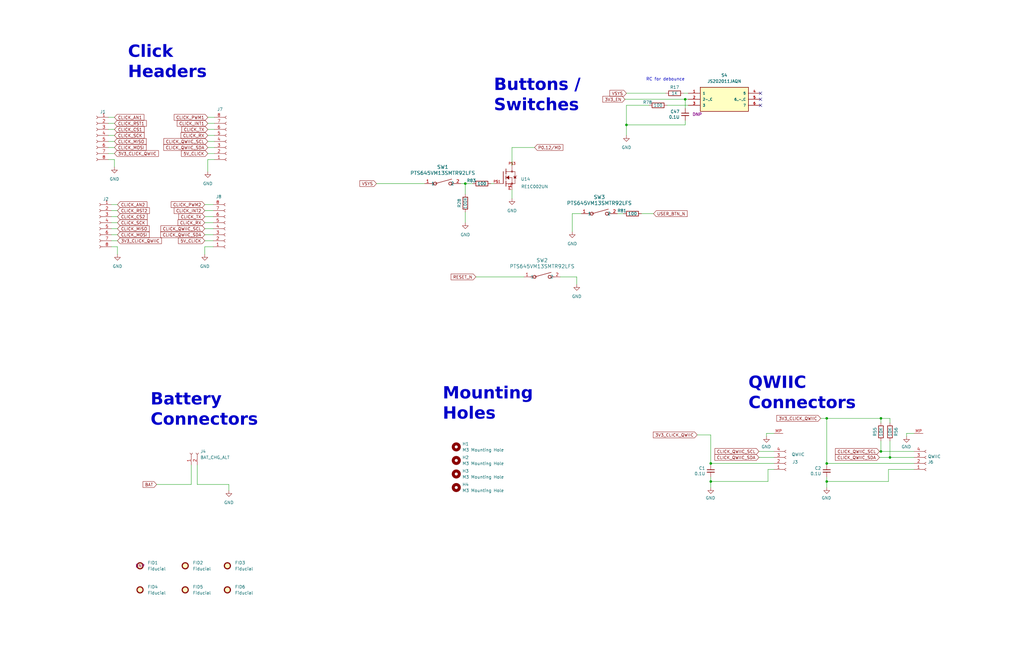
<source format=kicad_sch>
(kicad_sch (version 20231120) (generator "eeschema") (generator_version "8.0")
  (paper "B")
  (title_block (title "Aludel Elixir") (date "2023-12-22") (rev "B"))
  (lib_symbols
    (symbol "Connector:Conn_01x02_Female" (pin_names (offset 1.016) hide)
      (property "Reference" "J" (at 0 2.54 0))
      (property "Value" "Conn_01x02_Female" (at 0 -5.08 0))
      (symbol "Conn_01x02_Female_1_1"
        (arc (start 0 -2.032) (mid -0.5058 -2.54) (end 0 -3.048) (stroke (width 0.1524)))
        (polyline (pts (xy -1.27 -2.54) (xy -0.508 -2.54)) (stroke (width 0.1524)))
        (polyline (pts (xy -1.27 0) (xy -0.508 0)) (stroke (width 0.1524)))
        (arc (start 0 0.508) (mid -0.5058 0) (end 0 -0.508) (stroke (width 0.1524)))
        (pin passive line (at -5.08 0 0) (length 3.81) (name "Pin_1") (number "1"))
        (pin passive line (at -5.08 -2.54 0) (length 3.81) (name "Pin_2") (number "2"))
      )
    )
    (symbol "Connector:Conn_01x08_Female" (pin_names (offset 1.016) hide)
      (property "Reference" "J" (at 0 10.16 0))
      (property "Value" "Conn_01x08_Female" (at 0 -12.7 0))
      (symbol "Conn_01x08_Female_1_1"
        (arc (start 0 -9.652) (mid -0.5058 -10.16) (end 0 -10.668) (stroke (width 0.1524)))
        (arc (start 0 -7.112) (mid -0.5058 -7.62) (end 0 -8.128) (stroke (width 0.1524)))
        (arc (start 0 -4.572) (mid -0.5058 -5.08) (end 0 -5.588) (stroke (width 0.1524)))
        (arc (start 0 -2.032) (mid -0.5058 -2.54) (end 0 -3.048) (stroke (width 0.1524)))
        (polyline (pts (xy -1.27 -10.16) (xy -0.508 -10.16)) (stroke (width 0.1524)))
        (polyline (pts (xy -1.27 -7.62) (xy -0.508 -7.62)) (stroke (width 0.1524)))
        (polyline (pts (xy -1.27 -5.08) (xy -0.508 -5.08)) (stroke (width 0.1524)))
        (polyline (pts (xy -1.27 -2.54) (xy -0.508 -2.54)) (stroke (width 0.1524)))
        (polyline (pts (xy -1.27 0) (xy -0.508 0)) (stroke (width 0.1524)))
        (polyline (pts (xy -1.27 2.54) (xy -0.508 2.54)) (stroke (width 0.1524)))
        (polyline (pts (xy -1.27 5.08) (xy -0.508 5.08)) (stroke (width 0.1524)))
        (polyline (pts (xy -1.27 7.62) (xy -0.508 7.62)) (stroke (width 0.1524)))
        (arc (start 0 0.508) (mid -0.5058 0) (end 0 -0.508) (stroke (width 0.1524)))
        (arc (start 0 3.048) (mid -0.5058 2.54) (end 0 2.032) (stroke (width 0.1524)))
        (arc (start 0 5.588) (mid -0.5058 5.08) (end 0 4.572) (stroke (width 0.1524)))
        (arc (start 0 8.128) (mid -0.5058 7.62) (end 0 7.112) (stroke (width 0.1524)))
        (pin passive line (at -5.08 7.62 0) (length 3.81) (name "Pin_1") (number "1"))
        (pin passive line (at -5.08 5.08 0) (length 3.81) (name "Pin_2") (number "2"))
        (pin passive line (at -5.08 2.54 0) (length 3.81) (name "Pin_3") (number "3"))
        (pin passive line (at -5.08 0 0) (length 3.81) (name "Pin_4") (number "4"))
        (pin passive line (at -5.08 -2.54 0) (length 3.81) (name "Pin_5") (number "5"))
        (pin passive line (at -5.08 -5.08 0) (length 3.81) (name "Pin_6") (number "6"))
        (pin passive line (at -5.08 -7.62 0) (length 3.81) (name "Pin_7") (number "7"))
        (pin passive line (at -5.08 -10.16 0) (length 3.81) (name "Pin_8") (number "8"))
      )
    )
    (symbol "Device:C_Small" (pin_numbers hide) (pin_names (offset 0.254) hide)
      (property "Reference" "C" (at 0.254 1.778 0))
      (property "Value" "C_Small" (at 0.254 -2.032 0))
      (symbol "C_Small_0_1"
        (polyline (pts (xy -1.524 -0.508) (xy 1.524 -0.508)) (stroke (width 0.3302)))
        (polyline (pts (xy -1.524 0.508) (xy 1.524 0.508)) (stroke (width 0.3048)))
      )
      (symbol "C_Small_1_1"
        (pin passive line (at 0 2.54 270) (length 2.032) (name "~") (number "1"))
        (pin passive line (at 0 -2.54 90) (length 2.032) (name "~") (number "2"))
      )
    )
    (symbol "Device:R" (pin_numbers hide) (pin_names (offset 0))
      (property "Reference" "R" (at 2.032 0 90))
      (property "Value" "R" (at 0 0 90))
      (symbol "R_0_1"
        (rectangle (start -1.016 -2.54) (end 1.016 2.54) (stroke (width 0.254)))
      )
      (symbol "R_1_1"
        (pin passive line (at 0 3.81 270) (length 1.27) (name "~") (number "1"))
        (pin passive line (at 0 -3.81 90) (length 1.27) (name "~") (number "2"))
      )
    )
    (symbol "JS202011JAQN:JS202011JAQN" (pin_names (offset 1.016))
      (property "Reference" "S" (at 26.7007 7.6288 0))
      (property "Value" "JS202011JAQN" (at 26.6995 5.0856 0))
      (symbol "JS202011JAQN_0_0"
        (rectangle (start 5.08 -7.62) (end 25.4 2.54) (stroke (width 0.254)) (fill (type background)))
        (pin bidirectional line (at 0 0 0) (length 5.08) (name "1") (number "1"))
        (pin bidirectional line (at 0 -2.54 0) (length 5.08) (name "2-_C") (number "2"))
        (pin bidirectional line (at 0 -5.08 0) (length 5.08) (name "3") (number "3"))
        (pin bidirectional line (at 30.48 0 180) (length 5.08) (name "5") (number "4"))
        (pin bidirectional line (at 30.48 -2.54 180) (length 5.08) (name "6_-_C") (number "5"))
        (pin bidirectional line (at 30.48 -5.08 180) (length 5.08) (name "7") (number "6"))
      )
    )
    (symbol "Mechanical:Fiducial"
      (property "Reference" "FID" (at 0 5.08 0))
      (property "Value" "Fiducial" (at 0 3.175 0))
      (symbol "Fiducial_0_1"
        (circle (center 0 0) (radius 1.27) (stroke (width 0.508)) (fill (type background)))
      )
    )
    (symbol "Mechanical:MountingHole" (pin_names (offset 1.016))
      (property "Reference" "H" (at 0 5.08 0))
      (property "Value" "MountingHole" (at 0 3.175 0))
      (symbol "MountingHole_0_1"
        (circle (center 0 0) (radius 1.27) (stroke (width 1.27)))
      )
    )
    (symbol "PTS645VM13SMTR92LFS:PTS645VM13SMTR92LFS" (pin_names (offset 0.254))
      (property "Reference" "SW" (at 7.62 3.81 0))
      (property "Value" "PTS645VM13SMTR92LFS" (at 0 0 0))
      (symbol "PTS645VM13SMTR92LFS_0_1"
        (polyline (pts (xy 2.54 0) (xy 3.81 0)) (stroke (width 0.2032)))
        (polyline (pts (xy 4.445 0) (xy 11.43 1.905)) (stroke (width 0.2032)))
        (polyline (pts (xy 12.7 0) (xy 11.43 0)) (stroke (width 0.2032)))
        (circle (center 4.445 0) (radius 0.635) (stroke (width 0.254)))
        (circle (center 10.795 0) (radius 0.635) (stroke (width 0.254)))
        (pin unspecified line (at 0 0 0) (length 2.54) (name "1") (number "1"))
        (pin unspecified line (at 15.24 0 180) (length 2.54) (name "2") (number "2"))
      )
    )
    (symbol "RE1C002UN:RE1C002UN" (pin_names (offset 1.016))
      (property "Reference" "U" (at -11.43 2.54 0))
      (property "Value" "RE1C002UN" (at -11.43 0 0))
      (symbol "RE1C002UN_0_0"
        (polyline (pts (xy -2.54 -2.54) (xy -1.2192 -2.54)) (stroke (width 0.1524)))
        (polyline (pts (xy -1.143 2.54) (xy -1.143 -2.54)) (stroke (width 0.254)))
        (polyline (pts (xy 0 -2.54) (xy 0 -3.683)) (stroke (width 0.254)))
        (polyline (pts (xy 0 -1.397) (xy 0 -2.54)) (stroke (width 0.254)))
        (polyline (pts (xy 0 0) (xy 0 -0.762)) (stroke (width 0.254)))
        (polyline (pts (xy 0 0) (xy 2.54 0)) (stroke (width 0.1524)))
        (polyline (pts (xy 0 0.762) (xy 0 0)) (stroke (width 0.254)))
        (polyline (pts (xy 0 2.54) (xy 0 1.397)) (stroke (width 0.254)))
        (polyline (pts (xy 0 2.54) (xy 2.54 2.54)) (stroke (width 0.1524)))
        (polyline (pts (xy 0 3.683) (xy 0 2.54)) (stroke (width 0.254)))
        (polyline (pts (xy 2.54 -2.54) (xy 0 -2.54)) (stroke (width 0.1524)))
        (polyline (pts (xy 2.54 -2.54) (xy 3.81 -2.54)) (stroke (width 0.1524)))
        (polyline (pts (xy 2.54 0) (xy 2.54 -2.54)) (stroke (width 0.1524)))
        (polyline (pts (xy 2.54 2.54) (xy 2.54 5.08)) (stroke (width 0.1524)))
        (polyline (pts (xy 2.54 2.54) (xy 3.81 2.54)) (stroke (width 0.1524)))
        (polyline (pts (xy 3.302 0.508) (xy 3.048 0.254)) (stroke (width 0.1524)))
        (polyline (pts (xy 3.81 0.508) (xy 3.302 0.508)) (stroke (width 0.1524)))
        (polyline (pts (xy 3.81 0.508) (xy 3.81 -2.54)) (stroke (width 0.1524)))
        (polyline (pts (xy 3.81 2.54) (xy 3.81 0.508)) (stroke (width 0.1524)))
        (polyline (pts (xy 4.318 0.508) (xy 3.81 0.508)) (stroke (width 0.1524)))
        (polyline (pts (xy 4.572 0.762) (xy 4.318 0.508)) (stroke (width 0.1524)))
        (polyline (pts (xy 0.254 0) (xy 1.27 0.762) (xy 1.27 -0.762) (xy 0.254 0)) (stroke (width 0.1524)) (fill (type outline)))
        (polyline (pts (xy 3.81 0.508) (xy 3.302 -0.254) (xy 4.318 -0.254) (xy 3.81 0.508)) (stroke (width 0.1524)) (fill (type outline)))
        (circle (center 2.54 -2.54) (radius 0.3592))
        (circle (center 2.54 2.54) (radius 0.3592))
        (pin passive line (at -5.08 -2.54 0) (length 2.54) (name "~") (number "P$1"))
        (pin passive line (at 2.54 -5.08 90) (length 2.54) (name "~") (number "P$2"))
        (pin passive line (at 2.54 5.08 180) (length 0) (name "~") (number "P$3"))
      )
    )
    (symbol "aludel-mini-max:Conn_01x04_Socket_MP" (pin_names (offset 1.016) hide)
      (property "Reference" "J" (at 0 5.08 0))
      (property "Value" "Conn_01x04_Socket" (at 0 -7.62 0))
      (symbol "Conn_01x04_Socket_MP_1_1"
        (arc (start 0 -4.572) (mid -0.5058 -5.08) (end 0 -5.588) (stroke (width 0.1524)))
        (arc (start 0 -2.032) (mid -0.5058 -2.54) (end 0 -3.048) (stroke (width 0.1524)))
        (polyline (pts (xy -1.27 -5.08) (xy -0.508 -5.08)) (stroke (width 0.1524)))
        (polyline (pts (xy -1.27 -2.54) (xy -0.508 -2.54)) (stroke (width 0.1524)))
        (polyline (pts (xy -1.27 0) (xy -0.508 0)) (stroke (width 0.1524)))
        (polyline (pts (xy -1.27 2.54) (xy -0.508 2.54)) (stroke (width 0.1524)))
        (arc (start 0 0.508) (mid -0.5058 0) (end 0 -0.508) (stroke (width 0.1524)))
        (arc (start 0 3.048) (mid -0.5058 2.54) (end 0 2.032) (stroke (width 0.1524)))
        (pin passive line (at -5.08 2.54 0) (length 3.81) (name "Pin_1") (number "1"))
        (pin passive line (at -5.08 0 0) (length 3.81) (name "Pin_2") (number "2"))
        (pin passive line (at -5.08 -2.54 0) (length 3.81) (name "Pin_3") (number "3"))
        (pin passive line (at -5.08 -5.08 0) (length 3.81) (name "Pin_4") (number "4"))
        (pin passive line (at -5.08 -12.7 0) (length 3.81) (name "MP") (number "MP"))
      )
    )
    (symbol "power:GND" (power) (pin_names (offset 0))
      (property "Value" "GND" (at 0 -3.81 0))
      (symbol "GND_0_1"
        (polyline (pts (xy 0 0) (xy 0 -1.27) (xy 1.27 -1.27) (xy 0 -2.54) (xy -1.27 -1.27) (xy 0 -1.27)))
      )
      (symbol "GND_1_1"
        (pin power_in line (at 0 0 270) (length 0) hide (name "GND") (number "1"))
      )
    )
  )
  (junction (at 196.215 77.47))
  (junction (at 371.475 176.53))
  (junction (at 288.925 41.91))
  (junction (at 299.72 195.58))
  (junction (at 299.72 203.2))
  (junction (at 348.615 203.2))
  (junction (at 348.615 195.58))
  (junction (at 375.285 193.04))
  (junction (at 371.475 190.5))
  (junction (at 264.16 52.705))
  (junction (at 348.615 176.53))
  (no_connect (at 320.675 44.45))
  (no_connect (at 320.675 39.37))
  (no_connect (at 320.675 41.91))
  (wire (pts (xy 385.445 190.5) (xy 371.475 190.5)))
  (wire (pts (xy 288.925 50.8) (xy 288.925 52.705)))
  (wire (pts (xy 89.916 93.98) (xy 86.36 93.98)))
  (wire (pts (xy 45.72 64.77) (xy 48.26 64.77)))
  (wire (pts (xy 260.35 90.17) (xy 262.89 90.17)))
  (wire (pts (xy 90.424 57.15) (xy 87.63 57.15)))
  (wire (pts (xy 86.36 91.44) (xy 89.916 91.44)))
  (wire (pts (xy 86.36 107.315) (xy 86.36 104.14)))
  (wire (pts (xy 326.39 198.12) (xy 323.85 198.12)))
  (wire (pts (xy 371.475 190.5) (xy 370.84 190.5)))
  (wire (pts (xy 375.285 193.04) (xy 370.84 193.04)))
  (wire (pts (xy 299.72 201.295) (xy 299.72 203.2)))
  (wire (pts (xy 382.27 182.88) (xy 385.445 182.88)))
  (wire (pts (xy 49.53 86.36) (xy 46.99 86.36)))
  (wire (pts (xy 194.31 77.47) (xy 196.215 77.47)))
  (wire (pts (xy 326.39 190.5) (xy 320.04 190.5)))
  (wire (pts (xy 264.16 52.705) (xy 264.16 57.15)))
  (wire (pts (xy 243.205 120.015) (xy 243.205 116.84)))
  (wire (pts (xy 86.36 99.06) (xy 89.916 99.06)))
  (wire (pts (xy 288.925 52.705) (xy 264.16 52.705)))
  (wire (pts (xy 87.63 59.69) (xy 90.424 59.69)))
  (wire (pts (xy 207.01 77.47) (xy 208.28 77.47)))
  (wire (pts (xy 288.29 39.37) (xy 290.195 39.37)))
  (wire (pts (xy 86.36 96.52) (xy 89.916 96.52)))
  (wire (pts (xy 45.72 52.07) (xy 48.26 52.07)))
  (wire (pts (xy 348.615 195.58) (xy 348.615 196.215)))
  (wire (pts (xy 348.615 176.53) (xy 348.615 195.58)))
  (wire (pts (xy 348.615 201.295) (xy 348.615 203.2)))
  (wire (pts (xy 215.9 62.23) (xy 225.425 62.23)))
  (wire (pts (xy 86.36 88.9) (xy 89.916 88.9)))
  (wire (pts (xy 87.63 67.31) (xy 87.63 72.39)))
  (wire (pts (xy 49.53 99.06) (xy 46.99 99.06)))
  (wire (pts (xy 299.72 195.58) (xy 299.72 196.215)))
  (wire (pts (xy 45.72 59.69) (xy 48.26 59.69)))
  (wire (pts (xy 196.215 89.535) (xy 196.215 93.98)))
  (wire (pts (xy 323.85 203.2) (xy 299.72 203.2)))
  (wire (pts (xy 236.22 116.84) (xy 243.205 116.84)))
  (wire (pts (xy 375.285 178.435) (xy 375.285 176.53)))
  (wire (pts (xy 49.53 104.14) (xy 46.99 104.14)))
  (wire (pts (xy 273.685 44.45) (xy 264.16 44.45)))
  (wire (pts (xy 200.66 116.84) (xy 220.98 116.84)))
  (wire (pts (xy 323.215 182.88) (xy 326.39 182.88)))
  (wire (pts (xy 87.63 49.53) (xy 90.424 49.53)))
  (wire (pts (xy 215.9 80.01) (xy 215.9 83.82)))
  (wire (pts (xy 323.215 184.15) (xy 323.215 182.88)))
  (wire (pts (xy 196.215 77.47) (xy 196.215 81.915)))
  (wire (pts (xy 86.36 101.6) (xy 89.916 101.6)))
  (wire (pts (xy 299.72 203.2) (xy 299.72 205.74)))
  (wire (pts (xy 374.65 198.12) (xy 374.65 203.2)))
  (wire (pts (xy 49.53 91.44) (xy 46.99 91.44)))
  (wire (pts (xy 290.195 44.45) (xy 281.305 44.45)))
  (wire (pts (xy 49.53 107.315) (xy 49.53 104.14)))
  (wire (pts (xy 45.72 49.53) (xy 48.26 49.53)))
  (wire (pts (xy 385.445 193.04) (xy 375.285 193.04)))
  (wire (pts (xy 83.185 196.215) (xy 83.185 204.47)))
  (wire (pts (xy 385.445 195.58) (xy 348.615 195.58)))
  (wire (pts (xy 49.53 101.6) (xy 46.99 101.6)))
  (wire (pts (xy 323.85 198.12) (xy 323.85 203.2)))
  (wire (pts (xy 348.615 203.2) (xy 348.615 205.74)))
  (wire (pts (xy 371.475 176.53) (xy 348.615 176.53)))
  (wire (pts (xy 86.36 86.36) (xy 89.916 86.36)))
  (wire (pts (xy 288.925 41.91) (xy 288.925 45.72)))
  (wire (pts (xy 294.005 183.515) (xy 299.72 183.515)))
  (wire (pts (xy 48.26 57.15) (xy 45.72 57.15)))
  (wire (pts (xy 80.645 196.215) (xy 80.645 204.47)))
  (wire (pts (xy 196.215 77.47) (xy 199.39 77.47)))
  (wire (pts (xy 264.16 39.37) (xy 280.67 39.37)))
  (wire (pts (xy 264.16 44.45) (xy 264.16 52.705)))
  (wire (pts (xy 270.51 90.17) (xy 275.59 90.17)))
  (wire (pts (xy 326.39 193.04) (xy 320.04 193.04)))
  (wire (pts (xy 346.075 176.53) (xy 348.615 176.53)))
  (wire (pts (xy 46.99 93.98) (xy 49.53 93.98)))
  (wire (pts (xy 45.72 54.61) (xy 48.26 54.61)))
  (wire (pts (xy 49.53 96.52) (xy 46.99 96.52)))
  (wire (pts (xy 371.475 176.53) (xy 371.475 178.435)))
  (wire (pts (xy 299.72 183.515) (xy 299.72 195.58)))
  (wire (pts (xy 90.424 52.07) (xy 87.63 52.07)))
  (wire (pts (xy 263.525 41.91) (xy 288.925 41.91)))
  (wire (pts (xy 241.3 90.17) (xy 241.3 97.79)))
  (wire (pts (xy 375.285 176.53) (xy 371.475 176.53)))
  (wire (pts (xy 326.39 195.58) (xy 299.72 195.58)))
  (wire (pts (xy 215.9 62.23) (xy 215.9 69.85)))
  (wire (pts (xy 48.26 62.23) (xy 45.72 62.23)))
  (wire (pts (xy 385.445 198.12) (xy 374.65 198.12)))
  (wire (pts (xy 382.27 184.15) (xy 382.27 182.88)))
  (wire (pts (xy 158.75 77.47) (xy 179.07 77.47)))
  (wire (pts (xy 375.285 186.055) (xy 375.285 193.04)))
  (wire (pts (xy 83.185 204.47) (xy 96.52 204.47)))
  (wire (pts (xy 87.63 54.61) (xy 90.424 54.61)))
  (wire (pts (xy 87.63 62.23) (xy 90.424 62.23)))
  (wire (pts (xy 48.26 70.485) (xy 48.26 67.31)))
  (wire (pts (xy 48.26 67.31) (xy 45.72 67.31)))
  (wire (pts (xy 371.475 186.055) (xy 371.475 190.5)))
  (wire (pts (xy 86.36 104.14) (xy 89.916 104.14)))
  (wire (pts (xy 87.63 67.31) (xy 90.424 67.31)))
  (wire (pts (xy 46.99 88.9) (xy 49.53 88.9)))
  (wire (pts (xy 288.925 41.91) (xy 290.195 41.91)))
  (wire (pts (xy 241.3 90.17) (xy 245.11 90.17)))
  (wire (pts (xy 66.04 204.47) (xy 80.645 204.47)))
  (wire (pts (xy 87.63 64.77) (xy 90.424 64.77)))
  (wire (pts (xy 374.65 203.2) (xy 348.615 203.2)))
  (wire (pts (xy 96.52 204.47) (xy 96.52 207.01)))
  (text "Mounting \nHoles" (at 186.69 179.07 0) (effects (font (size 5.08 5.08) (thickness 1.016) (bold yes)) (justify left bottom)))
  (text "QWIIC\nConnectors" (at 315.595 174.625 0) (effects (font (size 5.08 5.08) (thickness 1.016) (bold yes)) (justify left bottom)))
  (text "Click \nHeaders" (at 53.975 34.925 0) (effects (font (size 5.08 5.08) (thickness 1.016) (bold yes)) (justify left bottom)))
  (text "Buttons / \nSwitches" (at 208.28 48.895 0) (effects (font (size 5.08 5.08) (thickness 1.016) (bold yes)) (justify left bottom)))
  (text "RC for debounce" (at 272.415 34.29 0) (effects (font (size 1.27 1.27)) (justify left bottom)))
  (text "Battery\nConnectors" (at 63.5 181.61 0) (effects (font (size 5.08 5.08) (thickness 1.016) (bold yes)) (justify left bottom)))
  (global_label "3V3_CLICK_QWIIC" (shape input) (at 49.53 101.6 0) (property "Intersheetrefs" "${INTERSHEET_REFS}" (effects (hide yes))))
  (global_label "CLICK_MOSI" (shape input) (at 49.53 99.06 0) (property "Intersheetrefs" "${INTERSHEET_REFS}" (effects (hide yes))))
  (global_label "CLICK_QWIIC_SCL" (shape input) (at 320.04 190.5 180) (property "Intersheetrefs" "${INTERSHEET_REFS}" (effects (hide yes))))
  (global_label "CLICK_INT2" (shape input) (at 86.36 88.9 180) (property "Intersheetrefs" "${INTERSHEET_REFS}" (effects (hide yes))))
  (global_label "5V_CLICK" (shape input) (at 86.36 101.6 180) (property "Intersheetrefs" "${INTERSHEET_REFS}" (effects (hide yes))))
  (global_label "CLICK_RX" (shape input) (at 86.36 93.98 180) (property "Intersheetrefs" "${INTERSHEET_REFS}" (effects (hide yes))))
  (global_label "3V3_EN" (shape input) (at 263.525 41.91 180) (property "Intersheetrefs" "${INTERSHEET_REFS}" (effects (hide yes))))
  (global_label "VSYS" (shape input) (at 264.16 39.37 180) (property "Intersheetrefs" "${INTERSHEET_REFS}" (effects (hide yes))))
  (global_label "CLICK_SCK" (shape input) (at 48.26 57.15 0) (property "Intersheetrefs" "${INTERSHEET_REFS}" (effects (hide yes))))
  (global_label "3V3_CLICK_QWIIC" (shape input) (at 294.005 183.515 180) (property "Intersheetrefs" "${INTERSHEET_REFS}" (effects (hide yes))))
  (global_label "CLICK_QWIIC_SDA" (shape input) (at 370.84 193.04 180) (property "Intersheetrefs" "${INTERSHEET_REFS}" (effects (hide yes))))
  (global_label "CLICK_MISO" (shape input) (at 48.26 59.69 0) (property "Intersheetrefs" "${INTERSHEET_REFS}" (effects (hide yes))))
  (global_label "CLICK_TX" (shape input) (at 87.63 54.61 180) (property "Intersheetrefs" "${INTERSHEET_REFS}" (effects (hide yes))))
  (global_label "CLICK_RST2" (shape input) (at 49.53 88.9 0) (property "Intersheetrefs" "${INTERSHEET_REFS}" (effects (hide yes))))
  (global_label "CLICK_SCK" (shape input) (at 49.53 93.98 0) (property "Intersheetrefs" "${INTERSHEET_REFS}" (effects (hide yes))))
  (global_label "RESET_N" (shape input) (at 200.66 116.84 180) (property "Intersheetrefs" "${INTERSHEET_REFS}" (effects (hide yes))))
  (global_label "CLICK_INT1" (shape input) (at 87.63 52.07 180) (property "Intersheetrefs" "${INTERSHEET_REFS}" (effects (hide yes))))
  (global_label "CLICK_AN1" (shape input) (at 48.26 49.53 0) (property "Intersheetrefs" "${INTERSHEET_REFS}" (effects (hide yes))))
  (global_label "BAT" (shape input) (at 66.04 204.47 180) (property "Intersheetrefs" "${INTERSHEET_REFS}" (effects (hide yes))))
  (global_label "CLICK_CS1" (shape input) (at 48.26 54.61 0) (property "Intersheetrefs" "${INTERSHEET_REFS}" (effects (hide yes))))
  (global_label "CLICK_QWIIC_SCL" (shape input) (at 370.84 190.5 180) (property "Intersheetrefs" "${INTERSHEET_REFS}" (effects (hide yes))))
  (global_label "P0.12{slash}MD" (shape input) (at 225.425 62.23 0) (property "Intersheetrefs" "${INTERSHEET_REFS}" (effects (hide yes))))
  (global_label "CLICK_AN2" (shape input) (at 49.53 86.36 0) (property "Intersheetrefs" "${INTERSHEET_REFS}" (effects (hide yes))))
  (global_label "5V_CLICK" (shape input) (at 87.63 64.77 180) (property "Intersheetrefs" "${INTERSHEET_REFS}" (effects (hide yes))))
  (global_label "CLICK_QWIIC_SDA" (shape input) (at 86.36 99.06 180) (property "Intersheetrefs" "${INTERSHEET_REFS}" (effects (hide yes))))
  (global_label "CLICK_QWIIC_SDA" (shape input) (at 320.04 193.04 180) (property "Intersheetrefs" "${INTERSHEET_REFS}" (effects (hide yes))))
  (global_label "CLICK_CS2" (shape input) (at 49.53 91.44 0) (property "Intersheetrefs" "${INTERSHEET_REFS}" (effects (hide yes))))
  (global_label "3V3_CLICK_QWIIC" (shape input) (at 346.075 176.53 180) (property "Intersheetrefs" "${INTERSHEET_REFS}" (effects (hide yes))))
  (global_label "CLICK_MOSI" (shape input) (at 48.26 62.23 0) (property "Intersheetrefs" "${INTERSHEET_REFS}" (effects (hide yes))))
  (global_label "CLICK_PWM1" (shape input) (at 87.63 49.53 180) (property "Intersheetrefs" "${INTERSHEET_REFS}" (effects (hide yes))))
  (global_label "CLICK_TX" (shape input) (at 86.36 91.44 180) (property "Intersheetrefs" "${INTERSHEET_REFS}" (effects (hide yes))))
  (global_label "CLICK_MISO" (shape input) (at 49.53 96.52 0) (property "Intersheetrefs" "${INTERSHEET_REFS}" (effects (hide yes))))
  (global_label "CLICK_QWIIC_SDA" (shape input) (at 87.63 62.23 180) (property "Intersheetrefs" "${INTERSHEET_REFS}" (effects (hide yes))))
  (global_label "USER_BTN_N" (shape input) (at 275.59 90.17 0) (property "Intersheetrefs" "${INTERSHEET_REFS}" (effects (hide yes))))
  (global_label "CLICK_RST1" (shape input) (at 48.26 52.07 0) (property "Intersheetrefs" "${INTERSHEET_REFS}" (effects (hide yes))))
  (global_label "CLICK_QWIIC_SCL" (shape input) (at 86.36 96.52 180) (property "Intersheetrefs" "${INTERSHEET_REFS}" (effects (hide yes))))
  (global_label "CLICK_QWIIC_SCL" (shape input) (at 87.63 59.69 180) (property "Intersheetrefs" "${INTERSHEET_REFS}" (effects (hide yes))))
  (global_label "VSYS" (shape input) (at 158.75 77.47 180) (property "Intersheetrefs" "${INTERSHEET_REFS}" (effects (hide yes))))
  (global_label "CLICK_PWM2" (shape input) (at 86.36 86.36 180) (property "Intersheetrefs" "${INTERSHEET_REFS}" (effects (hide yes))))
  (global_label "CLICK_RX" (shape input) (at 87.63 57.15 180) (property "Intersheetrefs" "${INTERSHEET_REFS}" (effects (hide yes))))
  (global_label "3V3_CLICK_QWIIC" (shape input) (at 48.26 64.77 0) (property "Intersheetrefs" "${INTERSHEET_REFS}" (effects (hide yes))))
  (symbol (lib_id "PTS645VM13SMTR92LFS:PTS645VM13SMTR92LFS") (at 220.98 116.84 0) (unit 1)
    (property "Reference" "SW2" (at 228.6 109.855 0) (effects (font (size 1.524 1.524))))
    (property "Value" "PTS645VM13SMTR92LFS" (at 228.6 112.395 0) (effects (font (size 1.524 1.524))))
    (property "Footprint" "aludel-mini-max:SW_PTS645VM13SMTR92LFS_CNK" (effects (hide yes)))
    (property "MPN1" "PTS645VN13SMTR92LFS" (effects (hide yes)))
    (property "Vendor1" "C&K" (effects (hide yes)))
    (property "Link1" "https://www.digikey.com/en/products/detail/c-k/PTS645VN13SMTR92LFS/7056051" (effects (hide yes)))
  )
  (symbol (lib_id "power:GND") (at 96.52 207.01 0) (unit 1)
    (property "Reference" "#PWR04" (effects (hide yes)))
    (property "Value" "GND" (at 96.52 212.09 0))
  )
  (symbol (lib_id "power:GND") (at 264.16 57.15 0) (unit 1)
    (property "Reference" "#PWR084" (effects (hide yes)))
    (property "Value" "GND" (at 264.16 62.23 0))
  )
  (symbol (lib_id "Device:R") (at 375.285 182.245 0) (unit 1)
    (property "Reference" "R56" (at 377.825 182.245 90))
    (property "Value" "10K" (at 375.285 182.245 90))
    (property "Footprint" "Resistor_SMD:R_0402_1005Metric" (effects (hide yes)))
    (property "MPN1" "AC0402FR-0710KL" (effects (hide yes)))
    (property "Vendor1" "YAGEO" (effects (hide yes)))
    (property "Link1" "https://www.digikey.com/en/products/detail/yageo/AC0402FR-0710KL/5895030" (effects (hide yes)))
  )
  (symbol (lib_id "JS202011JAQN:JS202011JAQN") (at 290.195 39.37 0) (unit 1)
    (property "Reference" "S4" (at 305.435 31.75 0))
    (property "Value" "JS202011JAQN" (at 305.435 34.29 0))
    (property "Footprint" "aludel-mini-max:JS202011JAQN" (effects (hide yes)))
    (property "MPN1" "JS202011JAQN" (effects (hide yes)))
    (property "Vendor1" "C&K" (effects (hide yes)))
    (property "Link1" "https://www.digikey.com/en/products/detail/c-k/JS202011JAQN/6137629?s=N4IgTCBcDaIFIGUwAYUEY1wIIEUByIAugL5A" (effects (hide yes)))
  )
  (symbol (lib_id "power:GND") (at 299.72 205.74 0) (mirror y) (unit 1)
    (property "Reference" "#PWR02" (effects (hide yes)))
    (property "Value" "GND" (at 299.593 210.1342 0))
  )
  (symbol (lib_id "aludel-mini-max:Conn_01x04_Socket_MP") (at 390.525 195.58 0) (mirror x) (unit 1)
    (property "Reference" "J6" (at 391.2362 194.9704 0) (effects (justify left)))
    (property "Value" "QWIIC" (at 391.2362 192.659 0) (effects (justify left)))
    (property "Footprint" "Connector_JST:JST_SH_BM04B-SRSS-TB_1x04-1MP_P1.00mm_Vertical" (effects (hide yes)))
    (property "MPN1" "BM04B-SRSS-TB(LF)(SN)" (effects (hide yes)))
    (property "Vendor1" "JST Sales America Inc." (effects (hide yes)))
    (property "Link1" "https://www.digikey.com/en/products/filter/rectangular-connectors-headers-male-pins/314?s=N4IgjCBcoBw1oDGUBmBDANgZwKYBoQB7KAbRACYAGAZjADYB2EAXQIAcAXKEAZQ4CcAlgDsA5iAC%2BBAJwRoIZJHTZ8RUiGrl65ai3ZdIvASPFSKlLQgWpMuAsUhkALBbAMmrEJ258hYyQQAtE5Wisp2ao4gMHSUAKyULBLJQA" (effects (hide yes)))
  )
  (symbol (lib_id "Mechanical:MountingHole") (at 192.405 205.74 0) (unit 1)
    (property "Reference" "H4" (at 194.945 204.4699 0) (effects (justify left)))
    (property "Value" "M3 Mounting Hole" (at 194.945 207.0099 0) (effects (justify left)))
    (property "Footprint" "MountingHole:MountingHole_3.2mm_M3" (effects (hide yes)))
    (property "Link1" "N/A" (effects (hide yes)))
    (property "MPN1" "N/A" (effects (hide yes)))
    (property "Population" "DNP" (effects (hide yes)))
    (property "Vendor1" "N/A" (effects (hide yes)))
  )
  (symbol (lib_id "Connector:Conn_01x08_Female") (at 41.91 93.98 0) (mirror y) (unit 1)
    (property "Reference" "J2" (at 44.6532 83.9978 0))
    (property "Value" "Conn_01x08_Female" (effects (hide yes)))
    (property "Footprint" "Connector_PinSocket_2.54mm:PinSocket_1x08_P2.54mm_Vertical_SMD_Pin1Right" (effects (hide yes)))
    (property "Link1" "https://www.digikey.com/en/products/detail/sullins-connector-solutions/NPTC081KFXC-RC/776058" (effects (hide yes)))
    (property "MPN1" "NPTC081KFXC-RC" (effects (hide yes)))
    (property "Vendor1" "Sullins Connector Solutions" (effects (hide yes)))
  )
  (symbol (lib_id "Mechanical:Fiducial") (at 78.105 238.76 0) (unit 1)
    (property "Reference" "FID2" (at 81.28 237.49 0) (effects (justify left)))
    (property "Value" "Fiducial" (at 81.28 240.03 0) (effects (justify left)))
    (property "Footprint" "Fiducial:Fiducial_0.5mm_Mask1.5mm" (effects (hide yes)))
    (property "Link1" "N/A" (effects (hide yes)))
    (property "MPN1" "N/A" (effects (hide yes)))
    (property "Population" "DNP" (effects (hide yes)))
    (property "Vendor1" "N/A" (effects (hide yes)))
  )
  (symbol (lib_id "Device:C_Small") (at 348.615 198.755 0) (mirror y) (unit 1)
    (property "Reference" "C2" (at 346.2782 197.5866 0) (effects (justify left)))
    (property "Value" "0.1U" (at 346.2782 199.898 0) (effects (justify left)))
    (property "Footprint" "Capacitor_SMD:C_0402_1005Metric" (effects (hide yes)))
    (property "Link1" "https://www.digikey.com/en/products/detail/samsung-electro-mechanics/CL05B104KB54PNC/11487801" (effects (hide yes)))
    (property "MPN1" "CL05B104KB54PNC" (effects (hide yes)))
    (property "Vendor1" "Samsung Electro-Mechanics" (effects (hide yes)))
  )
  (symbol (lib_id "Mechanical:Fiducial") (at 95.885 248.92 0) (unit 1)
    (property "Reference" "FID6" (at 99.06 247.65 0) (effects (justify left)))
    (property "Value" "Fiducial" (at 99.06 250.19 0) (effects (justify left)))
    (property "Footprint" "Fiducial:Fiducial_0.5mm_Mask1.5mm" (effects (hide yes)))
    (property "Link1" "N/A" (effects (hide yes)))
    (property "MPN1" "N/A" (effects (hide yes)))
    (property "Population" "DNP" (effects (hide yes)))
    (property "Vendor1" "N/A" (effects (hide yes)))
  )
  (symbol (lib_id "Device:R") (at 371.475 182.245 180) (unit 1)
    (property "Reference" "R55" (at 368.935 182.245 90))
    (property "Value" "10K" (at 371.475 182.245 90))
    (property "Footprint" "Resistor_SMD:R_0402_1005Metric" (effects (hide yes)))
    (property "MPN1" "AC0402FR-0710KL" (effects (hide yes)))
    (property "Vendor1" "YAGEO" (effects (hide yes)))
    (property "Link1" "https://www.digikey.com/en/products/detail/yageo/AC0402FR-0710KL/5895030" (effects (hide yes)))
  )
  (symbol (lib_id "power:GND") (at 382.27 184.15 0) (mirror y) (unit 1)
    (property "Reference" "#PWR089" (effects (hide yes)))
    (property "Value" "GND" (at 382.143 188.5442 0))
  )
  (symbol (lib_id "power:GND") (at 323.215 184.15 0) (mirror y) (unit 1)
    (property "Reference" "#PWR085" (effects (hide yes)))
    (property "Value" "GND" (at 323.088 188.5442 0))
  )
  (symbol (lib_id "Device:R") (at 266.7 90.17 90) (unit 1)
    (property "Reference" "R81" (at 262.255 88.9 90))
    (property "Value" "100" (at 266.7 90.17 90))
    (property "Footprint" "Resistor_SMD:R_0402_1005Metric" (effects (hide yes)))
    (property "Link1" "https://www.digikey.com/en/products/detail/yageo/AC0402FR-07100RL/5895022" (effects (hide yes)))
    (property "MPN1" "AC0402FR-07100RL" (effects (hide yes)))
    (property "Vendor1" "YAGEO" (effects (hide yes)))
  )
  (symbol (lib_id "Mechanical:Fiducial") (at 59.055 238.76 0) (unit 1)
    (property "Reference" "FID1" (at 62.23 237.49 0) (effects (justify left)))
    (property "Value" "Fiducial" (at 62.23 240.03 0) (effects (justify left)))
    (property "Footprint" "Fiducial:Fiducial_0.5mm_Mask1.5mm" (effects (hide yes)))
    (property "MPN1" "N/A" (effects (hide yes)))
    (property "Vendor1" "N/A" (effects (hide yes)))
    (property "Link1" "N/A" (effects (hide yes)))
    (property "Population" "DNP" (at 59.055 238.76 0))
  )
  (symbol (lib_id "Mechanical:MountingHole") (at 192.405 188.595 0) (unit 1)
    (property "Reference" "H1" (at 194.945 187.3249 0) (effects (justify left)))
    (property "Value" "M3 Mounting Hole" (at 194.945 189.8649 0) (effects (justify left)))
    (property "Footprint" "MountingHole:MountingHole_3.2mm_M3" (effects (hide yes)))
    (property "Link1" "N/A" (effects (hide yes)))
    (property "MPN1" "N/A" (effects (hide yes)))
    (property "Population" "DNP" (effects (hide yes)))
    (property "Vendor1" "N/A" (effects (hide yes)))
  )
  (symbol (lib_id "Connector:Conn_01x08_Female") (at 94.996 96.52 0) (mirror x) (unit 1)
    (property "Reference" "J8" (at 92.2528 82.9818 0))
    (property "Value" "Conn_01x08_Female" (effects (hide yes)))
    (property "Footprint" "Connector_PinSocket_2.54mm:PinSocket_1x08_P2.54mm_Vertical_SMD_Pin1Right" (effects (hide yes)))
    (property "Link1" "https://www.digikey.com/en/products/detail/sullins-connector-solutions/NPTC081KFXC-RC/776058" (effects (hide yes)))
    (property "MPN1" "NPTC081KFXC-RC" (effects (hide yes)))
    (property "Vendor1" "Sullins Connector Solutions" (effects (hide yes)))
  )
  (symbol (lib_id "Mechanical:MountingHole") (at 192.405 194.31 0) (unit 1)
    (property "Reference" "H2" (at 194.945 193.0399 0) (effects (justify left)))
    (property "Value" "M3 Mounting Hole" (at 194.945 195.5799 0) (effects (justify left)))
    (property "Footprint" "MountingHole:MountingHole_3.2mm_M3" (effects (hide yes)))
    (property "Link1" "N/A" (effects (hide yes)))
    (property "MPN1" "N/A" (effects (hide yes)))
    (property "Population" "DNP" (effects (hide yes)))
    (property "Vendor1" "N/A" (effects (hide yes)))
  )
  (symbol (lib_id "Mechanical:MountingHole") (at 192.405 200.025 0) (unit 1)
    (property "Reference" "H3" (at 194.945 198.7549 0) (effects (justify left)))
    (property "Value" "M3 Mounting Hole" (at 194.945 201.2949 0) (effects (justify left)))
    (property "Footprint" "MountingHole:MountingHole_3.2mm_M3" (effects (hide yes)))
    (property "Link1" "N/A" (effects (hide yes)))
    (property "MPN1" "N/A" (effects (hide yes)))
    (property "Population" "DNP" (effects (hide yes)))
    (property "Vendor1" "N/A" (effects (hide yes)))
  )
  (symbol (lib_id "PTS645VM13SMTR92LFS:PTS645VM13SMTR92LFS") (at 245.11 90.17 0) (unit 1)
    (property "Reference" "SW3" (at 252.73 83.185 0) (effects (font (size 1.524 1.524))))
    (property "Value" "PTS645VM13SMTR92LFS" (at 252.73 85.725 0) (effects (font (size 1.524 1.524))))
    (property "Footprint" "aludel-mini-max:SW_PTS645VM13SMTR92LFS_CNK" (effects (hide yes)))
    (property "MPN1" "PTS645VN13SMTR92LFS" (effects (hide yes)))
    (property "Vendor1" "C&K" (effects (hide yes)))
    (property "Link1" "https://www.digikey.com/en/products/detail/c-k/PTS645VN13SMTR92LFS/7056051" (effects (hide yes)))
  )
  (symbol (lib_id "Connector:Conn_01x08_Female") (at 40.64 57.15 0) (mirror y) (unit 1)
    (property "Reference" "J1" (at 43.3832 47.1678 0))
    (property "Value" "Conn_01x08_Female" (effects (hide yes)))
    (property "Footprint" "Connector_PinSocket_2.54mm:PinSocket_1x08_P2.54mm_Vertical_SMD_Pin1Right" (effects (hide yes)))
    (property "Link1" "https://www.digikey.com/en/products/detail/sullins-connector-solutions/NPTC081KFXC-RC/776058" (effects (hide yes)))
    (property "MPN1" "NPTC081KFXC-RC" (effects (hide yes)))
    (property "Vendor1" "Sullins Connector Solutions" (effects (hide yes)))
  )
  (symbol (lib_id "Mechanical:Fiducial") (at 59.055 248.92 0) (unit 1)
    (property "Reference" "FID4" (at 62.23 247.65 0) (effects (justify left)))
    (property "Value" "Fiducial" (at 62.23 250.19 0) (effects (justify left)))
    (property "Footprint" "Fiducial:Fiducial_0.5mm_Mask1.5mm" (effects (hide yes)))
    (property "Link1" "N/A" (effects (hide yes)))
    (property "MPN1" "N/A" (effects (hide yes)))
    (property "Population" "DNP" (effects (hide yes)))
    (property "Vendor1" "N/A" (effects (hide yes)))
  )
  (symbol (lib_id "power:GND") (at 48.26 70.485 0) (unit 1)
    (property "Reference" "#PWR064" (effects (hide yes)))
    (property "Value" "GND" (at 48.26 75.565 0))
  )
  (symbol (lib_id "Connector:Conn_01x02_Female") (at 80.645 191.135 90) (unit 1)
    (property "Reference" "J4" (at 84.455 190.4999 90) (effects (justify right)))
    (property "Value" "BAT_CHG_ALT" (at 84.455 193.0399 90) (effects (justify right)))
    (property "Footprint" "Connector_JST:JST_PH_B2B-PH-K_1x02_P2.00mm_Vertical" (effects (hide yes)))
    (property "MPN1" "B2B-PH-K-S" (effects (hide yes)))
    (property "Vendor1" "JST Sales America Inc." (effects (hide yes)))
    (property "Link1" "https://www.digikey.com/en/products/detail/jst-sales-america-inc/B2B-PH-K-S/926611" (effects (hide yes)))
  )
  (symbol (lib_id "power:GND") (at 86.36 107.315 0) (unit 1)
    (property "Reference" "#PWR065" (effects (hide yes)))
    (property "Value" "GND" (at 86.36 112.395 0))
  )
  (symbol (lib_id "Device:C_Small") (at 299.72 198.755 0) (mirror y) (unit 1)
    (property "Reference" "C1" (at 297.3832 197.5866 0) (effects (justify left)))
    (property "Value" "0.1U" (at 297.3832 199.898 0) (effects (justify left)))
    (property "Footprint" "Capacitor_SMD:C_0402_1005Metric" (effects (hide yes)))
    (property "Link1" "https://www.digikey.com/en/products/detail/samsung-electro-mechanics/CL05B104KB54PNC/11487801" (effects (hide yes)))
    (property "MPN1" "CL05B104KB54PNC" (effects (hide yes)))
    (property "Vendor1" "Samsung Electro-Mechanics" (effects (hide yes)))
  )
  (symbol (lib_id "power:GND") (at 241.3 97.79 0) (unit 1)
    (property "Reference" "#PWR03" (effects (hide yes)))
    (property "Value" "GND" (at 241.3 102.87 0))
  )
  (symbol (lib_id "Mechanical:Fiducial") (at 95.885 238.76 0) (unit 1)
    (property "Reference" "FID3" (at 99.06 237.49 0) (effects (justify left)))
    (property "Value" "Fiducial" (at 99.06 240.03 0) (effects (justify left)))
    (property "Footprint" "Fiducial:Fiducial_0.5mm_Mask1.5mm" (effects (hide yes)))
    (property "Link1" "N/A" (effects (hide yes)))
    (property "MPN1" "N/A" (effects (hide yes)))
    (property "Population" "DNP" (effects (hide yes)))
    (property "Vendor1" "N/A" (effects (hide yes)))
  )
  (symbol (lib_id "power:GND") (at 215.9 83.82 0) (unit 1)
    (property "Reference" "#PWR050" (effects (hide yes)))
    (property "Value" "GND" (at 215.9 88.9 0))
  )
  (symbol (lib_id "Connector:Conn_01x08_Female") (at 95.504 59.69 0) (mirror x) (unit 1)
    (property "Reference" "J7" (at 92.7608 46.1518 0))
    (property "Value" "Conn_01x08_Female" (effects (hide yes)))
    (property "Footprint" "Connector_PinSocket_2.54mm:PinSocket_1x08_P2.54mm_Vertical_SMD_Pin1Right" (effects (hide yes)))
    (property "Link1" "https://www.digikey.com/en/products/detail/sullins-connector-solutions/NPTC081KFXC-RC/776058" (effects (hide yes)))
    (property "MPN1" "NPTC081KFXC-RC" (effects (hide yes)))
    (property "Vendor1" "Sullins Connector Solutions" (effects (hide yes)))
  )
  (symbol (lib_id "power:GND") (at 49.53 107.315 0) (unit 1)
    (property "Reference" "#PWR063" (effects (hide yes)))
    (property "Value" "GND" (at 49.53 112.395 0))
  )
  (symbol (lib_id "Device:C_Small") (at 288.925 48.26 0) (mirror y) (unit 1)
    (property "Reference" "C47" (at 286.5882 47.0916 0) (effects (justify left)))
    (property "Value" "0.1U" (at 286.5882 49.403 0) (effects (justify left)))
    (property "Footprint" "Capacitor_SMD:C_0402_1005Metric" (effects (hide yes)))
    (property "Link1" "https://www.digikey.com/en/products/detail/samsung-electro-mechanics/CL05B104KB54PNC/11487801" (effects (hide yes)))
    (property "MPN1" "CL05B104KB54PNC" (effects (hide yes)))
    (property "Vendor1" "Samsung Electro-Mechanics" (effects (hide yes)))
    (property "Population" "DNP" (at 294.005 48.26 0))
  )
  (symbol (lib_id "aludel-mini-max:Conn_01x04_Socket_MP") (at 331.47 195.58 0) (mirror x) (unit 1)
    (property "Reference" "J3" (at 335.28 194.945 0))
    (property "Value" "QWIIC" (at 336.55 191.77 0))
    (property "Footprint" "Connector_JST:JST_SH_BM04B-SRSS-TB_1x04-1MP_P1.00mm_Vertical" (effects (hide yes)))
    (property "MPN1" "BM04B-SRSS-TB(LF)(SN)" (effects (hide yes)))
    (property "Vendor1" "JST Sales America Inc." (effects (hide yes)))
    (property "Link1" "https://www.digikey.com/en/products/filter/rectangular-connectors-headers-male-pins/314?s=N4IgjCBcoBw1oDGUBmBDANgZwKYBoQB7KAbRACYAGAZjADYB2EAXQIAcAXKEAZQ4CcAlgDsA5iAC%2BBAJwRoIZJHTZ8RUiGrl65ai3ZdIvASPFSKlLQgWpMuAsUhkALBbAMmrEJ258hYyQQAtE5Wisp2ao4gMHSUAKyULBLJQA" (effects (hide yes)))
  )
  (symbol (lib_id "PTS645VM13SMTR92LFS:PTS645VM13SMTR92LFS") (at 179.07 77.47 0) (unit 1)
    (property "Reference" "SW1" (at 186.69 70.485 0) (effects (font (size 1.524 1.524))))
    (property "Value" "PTS645VM13SMTR92LFS" (at 186.69 73.025 0) (effects (font (size 1.524 1.524))))
    (property "Footprint" "aludel-mini-max:SW_PTS645VM13SMTR92LFS_CNK" (effects (hide yes)))
    (property "MPN1" "PTS645VN13SMTR92LFS" (effects (hide yes)))
    (property "Vendor1" "C&K" (effects (hide yes)))
    (property "Link1" "https://www.digikey.com/en/products/detail/c-k/PTS645VN13SMTR92LFS/7056051" (effects (hide yes)))
  )
  (symbol (lib_id "power:GND") (at 348.615 205.74 0) (mirror y) (unit 1)
    (property "Reference" "#PWR05" (effects (hide yes)))
    (property "Value" "GND" (at 348.488 210.1342 0))
  )
  (symbol (lib_id "Device:R") (at 203.2 77.47 90) (unit 1)
    (property "Reference" "R83" (at 198.755 76.2 90))
    (property "Value" "100" (at 203.2 77.47 90))
    (property "Footprint" "Resistor_SMD:R_0402_1005Metric" (effects (hide yes)))
    (property "Link1" "https://www.digikey.com/en/products/detail/yageo/AC0402FR-07100RL/5895022" (effects (hide yes)))
    (property "MPN1" "AC0402FR-07100RL" (effects (hide yes)))
    (property "Vendor1" "YAGEO" (effects (hide yes)))
  )
  (symbol (lib_id "power:GND") (at 243.205 120.015 0) (unit 1)
    (property "Reference" "#PWR052" (effects (hide yes)))
    (property "Value" "GND" (at 243.205 125.095 0))
  )
  (symbol (lib_id "Device:R") (at 196.215 85.725 180) (unit 1)
    (property "Reference" "R28" (at 193.675 85.725 90))
    (property "Value" "100K" (at 196.215 85.725 90))
    (property "Footprint" "Resistor_SMD:R_0402_1005Metric" (effects (hide yes)))
    (property "Link1" "https://www.digikey.com/en/products/detail/yageo/RT0402BRE07100KL/1069443" (effects (hide yes)))
    (property "MPN1" "RT0402BRE07100KL" (effects (hide yes)))
    (property "Vendor1" "YAGEO" (effects (hide yes)))
  )
  (symbol (lib_id "Device:R") (at 277.495 44.45 90) (unit 1)
    (property "Reference" "R78" (at 273.05 43.18 90))
    (property "Value" "100" (at 277.495 44.45 90))
    (property "Footprint" "Resistor_SMD:R_0402_1005Metric" (effects (hide yes)))
    (property "Link1" "https://www.digikey.com/en/products/detail/yageo/AC0402FR-07100RL/5895022" (effects (hide yes)))
    (property "MPN1" "AC0402FR-07100RL" (effects (hide yes)))
    (property "Vendor1" "YAGEO" (effects (hide yes)))
  )
  (symbol (lib_id "Device:R") (at 284.48 39.37 90) (unit 1)
    (property "Reference" "R17" (at 284.48 36.83 90))
    (property "Value" "1K" (at 284.48 39.37 90))
    (property "Footprint" "Resistor_SMD:R_0402_1005Metric" (effects (hide yes)))
    (property "Link1" "https://www.digikey.com/en/products/detail/walsin-technology-corporation/WR04X102-JTL/13238927" (effects (hide yes)))
    (property "MPN1" "WR04X102 JTL" (effects (hide yes)))
    (property "Vendor1" "Walsin Technology Corporation" (effects (hide yes)))
  )
  (symbol (lib_id "power:GND") (at 87.63 72.39 0) (unit 1)
    (property "Reference" "#PWR066" (effects (hide yes)))
    (property "Value" "GND" (at 87.63 77.47 0))
  )
  (symbol (lib_id "power:GND") (at 196.215 93.98 0) (unit 1)
    (property "Reference" "#PWR051" (effects (hide yes)))
    (property "Value" "GND" (at 196.215 99.06 0))
  )
  (symbol (lib_id "Mechanical:Fiducial") (at 78.105 248.92 0) (unit 1)
    (property "Reference" "FID5" (at 81.28 247.65 0) (effects (justify left)))
    (property "Value" "Fiducial" (at 81.28 250.19 0) (effects (justify left)))
    (property "Footprint" "Fiducial:Fiducial_0.5mm_Mask1.5mm" (effects (hide yes)))
    (property "Link1" "N/A" (effects (hide yes)))
    (property "MPN1" "N/A" (effects (hide yes)))
    (property "Population" "DNP" (effects (hide yes)))
    (property "Vendor1" "N/A" (effects (hide yes)))
  )
  (symbol (lib_id "RE1C002UN:RE1C002UN") (at 213.36 74.93 0) (unit 1)
    (property "Reference" "U14" (at 221.615 75.565 0))
    (property "Value" "RE1C002UN" (at 225.425 78.74 0))
    (property "Footprint" "aludel-mini-max:EMT3F" (effects (hide yes)))
    (property "MPN1" "RE1C002UNTCL" (effects (hide yes)))
    (property "Vendor1" "Rohm Semiconductor" (effects (hide yes)))
    (property "Link1" "https://www.digikey.com/en/products/detail/rohm-semiconductor/RE1C002UNTCL/5042785" (effects (hide yes)))
  )
)
</source>
